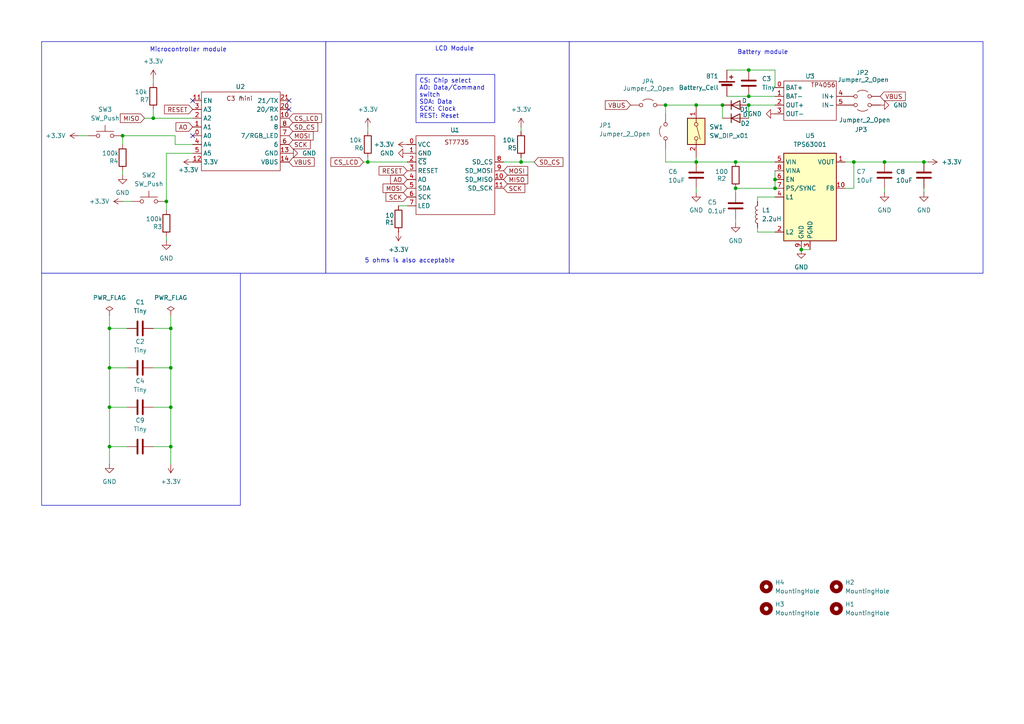
<source format=kicad_sch>
(kicad_sch (version 20250114) (generator "eeschema") (generator_version "9.0")
  (paper "A4")
  (title_block (title "Aniweather") (date "2024-12-05") (rev "v1.10") (company "Cyao") (comment 1 "Anime weather station"))
  (lib_symbols
    (symbol "Device:Battery_Cell" (pin_numbers (hide yes)) (pin_names (offset 0) (hide yes))
      (property "Reference" "BT" (at 2.54 2.54 0))
      (property "Value" "Battery_Cell" (at 2.54 0 0))
      (symbol "Battery_Cell_0_1"
        (rectangle (start -2.286 1.778) (end 2.286 1.524) (fill (type outline)))
        (rectangle (start -1.524 1.016) (end 1.524 0.508) (fill (type outline)))
        (polyline (pts (xy 0 1.778) (xy 0 2.54)))
        (polyline (pts (xy 0 0.762) (xy 0 0)))
        (polyline (pts (xy 0.762 3.048) (xy 1.778 3.048)) (stroke (width 0.254)))
        (polyline (pts (xy 1.27 3.556) (xy 1.27 2.54)) (stroke (width 0.254)))
      )
      (symbol "Battery_Cell_1_1"
        (pin passive line (at 0 5.08 270) (length 2.54) (name "+") (number "1"))
        (pin passive line (at 0 -2.54 90) (length 2.54) (name "-") (number "2"))
      )
    )
    (symbol "Device:C" (pin_numbers (hide yes)) (pin_names (offset 0.254))
      (property "Reference" "C" (at 0.635 2.54 0))
      (property "Value" "C" (at 0.635 -2.54 0))
      (symbol "C_0_1"
        (polyline (pts (xy -2.032 0.762) (xy 2.032 0.762)) (stroke (width 0.508)))
        (polyline (pts (xy -2.032 -0.762) (xy 2.032 -0.762)) (stroke (width 0.508)))
      )
      (symbol "C_1_1"
        (pin passive line (at 0 3.81 270) (length 2.794) (name "~") (number "1"))
        (pin passive line (at 0 -3.81 90) (length 2.794) (name "~") (number "2"))
      )
    )
    (symbol "Device:D" (pin_numbers (hide yes)) (pin_names (offset 1.016) (hide yes))
      (property "Reference" "D" (at 0 2.54 0))
      (property "Value" "D" (at 0 -2.54 0))
      (symbol "D_0_1"
        (polyline (pts (xy -1.27 1.27) (xy -1.27 -1.27)) (stroke (width 0.254)))
        (polyline (pts (xy 1.27 1.27) (xy 1.27 -1.27) (xy -1.27 0) (xy 1.27 1.27)) (stroke (width 0.254)))
        (polyline (pts (xy 1.27 0) (xy -1.27 0)))
      )
      (symbol "D_1_1"
        (pin passive line (at -3.81 0 0) (length 2.54) (name "K") (number "1"))
        (pin passive line (at 3.81 0 180) (length 2.54) (name "A") (number "2"))
      )
    )
    (symbol "Device:L" (pin_numbers (hide yes)) (pin_names (offset 1.016) (hide yes))
      (property "Reference" "L" (at -1.27 0 90))
      (property "Value" "L" (at 1.905 0 90))
      (symbol "L_0_1"
        (arc (start 0 2.54) (mid 0.6323 1.905) (end 0 1.27))
        (arc (start 0 1.27) (mid 0.6323 0.635) (end 0 0))
        (arc (start 0 0) (mid 0.6323 -0.635) (end 0 -1.27))
        (arc (start 0 -1.27) (mid 0.6323 -1.905) (end 0 -2.54))
      )
      (symbol "L_1_1"
        (pin passive line (at 0 3.81 270) (length 1.27) (name "1") (number "1"))
        (pin passive line (at 0 -3.81 90) (length 1.27) (name "2") (number "2"))
      )
    )
    (symbol "Device:R" (pin_numbers (hide yes)) (pin_names (offset 0))
      (property "Reference" "R" (at 2.032 0 90))
      (property "Value" "R" (at 0 0 90))
      (symbol "R_0_1"
        (rectangle (start -1.016 -2.54) (end 1.016 2.54) (stroke (width 0.254)))
      )
      (symbol "R_1_1"
        (pin passive line (at 0 3.81 270) (length 1.27) (name "~") (number "1"))
        (pin passive line (at 0 -3.81 90) (length 1.27) (name "~") (number "2"))
      )
    )
    (symbol "Jumper:Jumper_2_Open" (pin_numbers (hide yes)) (pin_names (offset 0) (hide yes)) (exclude_from_sim yes)
      (property "Reference" "JP" (at 0 2.794 0))
      (property "Value" "Jumper_2_Open" (at 0 -2.286 0))
      (symbol "Jumper_2_Open_0_0"
        (circle (center -2.032 0) (radius 0.508))
        (circle (center 2.032 0) (radius 0.508))
      )
      (symbol "Jumper_2_Open_0_1"
        (arc (start -1.524 1.27) (mid 0 1.778) (end 1.524 1.27))
      )
      (symbol "Jumper_2_Open_1_1"
        (pin passive line (at -5.08 0 0) (length 2.54) (name "A") (number "1"))
        (pin passive line (at 5.08 0 180) (length 2.54) (name "B") (number "2"))
      )
    )
    (symbol "Mechanical:MountingHole" (pin_names (offset 1.016)) (exclude_from_sim yes) (in_bom no)
      (property "Reference" "H" (at 0 5.08 0))
      (property "Value" "MountingHole" (at 0 3.175 0))
      (symbol "MountingHole_0_1"
        (circle (center 0 0) (radius 1.27) (stroke (width 1.27)))
      )
    )
    (symbol "Regulator_Switching:TPS63001"
      (property "Reference" "U" (at -7.62 13.97 0))
      (property "Value" "TPS63001" (at 5.08 13.97 0))
      (symbol "TPS63001_0_1"
        (rectangle (start -7.62 12.7) (end 7.62 -12.7) (stroke (width 0.254)) (fill (type background)))
      )
      (symbol "TPS63001_1_1"
        (pin power_in line (at -10.16 10.16 0) (length 2.54) (name "VIN") (number "5"))
        (pin power_in line (at -10.16 7.62 0) (length 2.54) (name "VINA") (number "8"))
        (pin input line (at -10.16 5.08 0) (length 2.54) (name "EN") (number "6"))
        (pin input line (at -10.16 2.54 0) (length 2.54) (name "PS/SYNC") (number "7"))
        (pin input line (at -10.16 0 0) (length 2.54) (name "L1") (number "4"))
        (pin input line (at -10.16 -10.16 0) (length 2.54) (name "L2") (number "2"))
        (pin power_in line (at -2.54 -15.24 90) (length 2.54) (name "GND") (number "9"))
        (pin passive line (at 0 -15.24 90) (length 2.54) (hide yes) (name "PGND") (number "11"))
        (pin power_in line (at 0 -15.24 90) (length 2.54) (name "PGND") (number "3"))
        (pin power_out line (at 10.16 10.16 180) (length 2.54) (name "VOUT") (number "1"))
        (pin input line (at 10.16 2.54 180) (length 2.54) (name "FB") (number "10"))
      )
    )
    (symbol "Switch:SW_DIP_x01" (pin_names (offset 0) (hide yes))
      (property "Reference" "SW" (at 0 3.81 0))
      (property "Value" "SW_DIP_x01" (at 0 -3.81 0))
      (symbol "SW_DIP_x01_0_0"
        (circle (center -2.032 0) (radius 0.508))
        (polyline (pts (xy -1.524 0.127) (xy 2.3622 1.1684)))
        (circle (center 2.032 0) (radius 0.508))
      )
      (symbol "SW_DIP_x01_0_1"
        (rectangle (start -3.81 2.54) (end 3.81 -2.54) (stroke (width 0.254)) (fill (type background)))
      )
      (symbol "SW_DIP_x01_1_1"
        (pin passive line (at -7.62 0 0) (length 5.08) (name "~") (number "1"))
        (pin passive line (at 7.62 0 180) (length 5.08) (name "~") (number "2"))
      )
    )
    (symbol "Switch:SW_Push" (pin_numbers (hide yes)) (pin_names (offset 1.016) (hide yes))
      (property "Reference" "SW" (at 1.27 2.54 0))
      (property "Value" "SW_Push" (at 0 -1.524 0))
      (symbol "SW_Push_0_1"
        (circle (center -2.032 0) (radius 0.508))
        (polyline (pts (xy 0 1.27) (xy 0 3.048)))
        (circle (center 2.032 0) (radius 0.508))
        (polyline (pts (xy 2.54 1.27) (xy -2.54 1.27)))
        (pin passive line (at -5.08 0 0) (length 2.54) (name "1") (number "1"))
        (pin passive line (at 5.08 0 180) (length 2.54) (name "2") (number "2"))
      )
    )
    (symbol "asylum:C3-mini"
      (property "Reference" "U" (at 0 0 0))
      (symbol "C3-mini_0_1"
        (rectangle (start -11.43 11.43) (end 11.43 -11.43))
      )
      (symbol "C3-mini_1_1"
        (text "C3 mini\n" (at -0.381 9.525 0) (effects (font (size 1.27 1.27))))
        (pin input line (at -13.97 8.89 0) (length 2.54) (name "EN") (number "11"))
        (pin bidirectional line (at -13.97 6.35 0) (length 2.54) (name "A3") (number "3"))
        (pin bidirectional line (at -13.97 3.81 0) (length 2.54) (name "A2") (number "2"))
        (pin bidirectional line (at -13.97 1.27 0) (length 2.54) (name "A1") (number "1"))
        (pin bidirectional line (at -13.97 -1.27 0) (length 2.54) (name "A0") (number "0"))
        (pin bidirectional line (at -13.97 -3.81 0) (length 2.54) (name "A4") (number "4"))
        (pin bidirectional line (at -13.97 -6.35 0) (length 2.54) (name "A5") (number "5"))
        (pin power_out line (at -13.97 -8.89 0) (length 2.54) (name "3.3V") (number "12"))
        (pin bidirectional line (at 13.97 8.89 180) (length 2.54) (name "21/TX") (number "21"))
        (pin bidirectional line (at 13.97 6.35 180) (length 2.54) (name "20/RX") (number "20"))
        (pin bidirectional line (at 13.97 3.81 180) (length 2.54) (name "10") (number "10"))
        (pin bidirectional line (at 13.97 1.27 180) (length 2.54) (name "8") (number "8"))
        (pin bidirectional line (at 13.97 -1.27 180) (length 2.54) (name "7/RGB_LED") (number "7"))
        (pin bidirectional line (at 13.97 -3.81 180) (length 2.54) (name "6") (number "6"))
        (pin power_out line (at 13.97 -6.35 180) (length 2.54) (name "GND") (number "13"))
        (pin power_in line (at 13.97 -8.89 180) (length 2.54) (name "VBUS") (number "14"))
      )
    )
    (symbol "asylum:ST7735_128x160_1.8_SPI_LCD"
      (property "Reference" "U" (at 0 0 0))
      (symbol "ST7735_128x160_1.8_SPI_LCD_0_1"
        (rectangle (start -11.43 11.43) (end 11.43 -11.43))
      )
      (symbol "ST7735_128x160_1.8_SPI_LCD_1_1"
        (text "ST7735" (at 0.381 9.525 0) (effects (font (size 1.27 1.27))))
        (pin power_out line (at -13.97 8.89 0) (length 2.54) (name "VCC") (number "0"))
        (pin power_out line (at -13.97 6.35 0) (length 2.54) (name "GND") (number "1"))
        (pin input line (at -13.97 3.81 0) (length 2.54) (name "~{CS}") (number "2"))
        (pin input line (at -13.97 1.27 0) (length 2.54) (name "RESET") (number "3"))
        (pin input line (at -13.97 -1.27 0) (length 2.54) (name "AO") (number "4"))
        (pin input line (at -13.97 -3.81 0) (length 2.54) (name "SDA") (number "5"))
        (pin input line (at -13.97 -6.35 0) (length 2.54) (name "SCK") (number "6"))
        (pin input line (at -13.97 -8.89 0) (length 2.54) (name "LED") (number "7"))
        (pin input line (at 13.97 3.81 180) (length 2.54) (name "SD_CS") (number "8"))
        (pin input line (at 13.97 1.27 180) (length 2.54) (name "SD_MOSI") (number "9"))
        (pin output line (at 13.97 -1.27 180) (length 2.54) (name "SD_MISO") (number "10"))
        (pin input line (at 13.97 -3.81 180) (length 2.54) (name "SD_SCK") (number "11"))
      )
    )
    (symbol "asylum:TP4056"
      (property "Reference" "U" (at 0 0 0))
      (symbol "TP4056_0_1"
        (rectangle (start -7.62 5.715) (end 7.62 -5.715))
      )
      (symbol "TP4056_1_1"
        (text "TP4056\n" (at 3.81 4.572 0) (effects (font (size 1.27 1.27))))
        (pin power_out line (at -10.16 3.81 0) (length 2.54) (name "BAT+") (number "0"))
        (pin power_out line (at -10.16 1.27 0) (length 2.54) (name "BAT-") (number "1"))
        (pin power_out line (at -10.16 -1.27 0) (length 2.54) (name "OUT+") (number "2"))
        (pin power_out line (at -10.16 -3.81 0) (length 2.54) (name "OUT-") (number "3"))
        (pin power_out line (at 10.16 1.27 180) (length 2.54) (name "IN+") (number "4"))
        (pin power_out line (at 10.16 -1.27 180) (length 2.54) (name "IN-") (number "5"))
      )
    )
    (symbol "power:+3.3V" (power) (pin_numbers (hide yes)) (pin_names (offset 0) (hide yes))
      (property "Value" "+3.3V" (at 0 3.556 0))
      (symbol "+3.3V_0_1"
        (polyline (pts (xy -0.762 1.27) (xy 0 2.54)))
        (polyline (pts (xy 0 2.54) (xy 0.762 1.27)))
        (polyline (pts (xy 0 0) (xy 0 2.54)))
      )
      (symbol "+3.3V_1_1"
        (pin power_in line (at 0 0 90) (length 0) (name "~") (number "1"))
      )
    )
    (symbol "power:GND" (power) (pin_numbers (hide yes)) (pin_names (offset 0) (hide yes))
      (property "Value" "GND" (at 0 -3.81 0))
      (symbol "GND_0_1"
        (polyline (pts (xy 0 0) (xy 0 -1.27) (xy 1.27 -1.27) (xy 0 -2.54) (xy -1.27 -1.27) (xy 0 -1.27)))
      )
      (symbol "GND_1_1"
        (pin power_in line (at 0 0 270) (length 0) (name "~") (number "1"))
      )
    )
    (symbol "power:PWR_FLAG" (power) (pin_numbers (hide yes)) (pin_names (offset 0) (hide yes))
      (property "Value" "PWR_FLAG" (at 0 3.81 0))
      (symbol "PWR_FLAG_0_0"
        (pin power_out line (at 0 0 90) (length 0) (name "~") (number "1"))
      )
      (symbol "PWR_FLAG_0_1"
        (polyline (pts (xy 0 0) (xy 0 1.27) (xy -1.016 1.905) (xy 0 2.54) (xy 1.016 1.905) (xy 0 1.27)))
      )
    )
  )
  (rectangle (start 165.1 12.065) (end 285.115 79.248))
  (rectangle (start 12.065 12.065) (end 94.488 79.248))
  (rectangle (start 12.065 79.248) (end 69.723 146.558))
  (rectangle (start 94.488 12.065) (end 165.1 79.248))
  (text "Microcontroller module" (at 54.61 14.478 0) (effects (font (size 1.27 1.27))))
  (text "Battery module" (at 221.234 15.24 0) (effects (font (size 1.27 1.27))))
  (text "5 ohms is also acceptable" (at 118.872 75.692 0) (effects (font (size 1.27 1.27))))
  (text "LCD Module" (at 131.826 14.224 0) (effects (font (size 1.27 1.27))))
  (text_box "CS: Chip select\nAO: Data/Command switch\nSDA: Data\nSCK: Clock\nREST: Reset" (at 120.65 21.59 0) (size 22.86 13.97) (margins 0.9525 0.9525 0.9525 0.9525) (effects (font (size 1.27 1.27)) (justify left top)))
  (junction (at 193.04 30.48))
  (junction (at 217.17 30.48))
  (junction (at 31.75 129.54))
  (junction (at 209.55 30.48))
  (junction (at 31.75 106.68))
  (junction (at 217.17 20.32))
  (junction (at 224.79 54.61))
  (junction (at 35.56 39.37))
  (junction (at 31.75 118.11))
  (junction (at 49.53 129.54))
  (junction (at 213.36 54.61))
  (junction (at 49.53 106.68))
  (junction (at 48.26 58.42))
  (junction (at 106.68 46.99))
  (junction (at 49.53 95.25))
  (junction (at 256.54 46.99))
  (junction (at 267.97 46.99))
  (junction (at 201.93 30.48))
  (junction (at 213.36 46.99))
  (junction (at 232.41 72.39))
  (junction (at 224.79 52.07))
  (junction (at 247.65 46.99))
  (junction (at 49.53 118.11))
  (junction (at 217.17 27.94))
  (junction (at 201.93 46.99))
  (junction (at 31.75 95.25))
  (junction (at 44.45 34.29))
  (junction (at 151.13 46.99))
  (no_connect (at 55.88 39.37))
  (no_connect (at 55.88 29.21))
  (no_connect (at 83.82 29.21))
  (no_connect (at 83.82 31.75))
  (wire (pts (xy 35.56 50.8) (xy 35.56 49.53)))
  (wire (pts (xy 31.75 95.25) (xy 31.75 106.68)))
  (wire (pts (xy 256.54 54.61) (xy 256.54 55.88)))
  (wire (pts (xy 213.36 54.61) (xy 224.79 54.61)))
  (wire (pts (xy 50.8 41.91) (xy 55.88 41.91)))
  (wire (pts (xy 219.71 58.42) (xy 219.71 57.15)))
  (wire (pts (xy 49.53 129.54) (xy 49.53 134.62)))
  (wire (pts (xy 22.86 39.37) (xy 25.4 39.37)))
  (wire (pts (xy 49.53 95.25) (xy 49.53 106.68)))
  (wire (pts (xy 115.57 59.69) (xy 118.11 59.69)))
  (wire (pts (xy 213.36 64.77) (xy 213.36 63.5)))
  (wire (pts (xy 44.45 95.25) (xy 49.53 95.25)))
  (wire (pts (xy 151.13 46.99) (xy 146.05 46.99)))
  (wire (pts (xy 49.53 106.68) (xy 49.53 118.11)))
  (wire (pts (xy 105.41 46.99) (xy 106.68 46.99)))
  (wire (pts (xy 35.56 39.37) (xy 50.8 39.37)))
  (wire (pts (xy 35.56 39.37) (xy 35.56 41.91)))
  (wire (pts (xy 106.68 46.99) (xy 118.11 46.99)))
  (wire (pts (xy 49.53 91.44) (xy 49.53 95.25)))
  (wire (pts (xy 193.04 30.48) (xy 201.93 30.48)))
  (wire (pts (xy 201.93 55.88) (xy 201.93 54.61)))
  (wire (pts (xy 41.91 34.29) (xy 44.45 34.29)))
  (wire (pts (xy 232.41 72.39) (xy 234.95 72.39)))
  (wire (pts (xy 209.55 30.48) (xy 209.55 34.29)))
  (wire (pts (xy 217.17 30.48) (xy 224.79 30.48)))
  (wire (pts (xy 269.24 46.99) (xy 267.97 46.99)))
  (wire (pts (xy 245.11 54.61) (xy 247.65 54.61)))
  (wire (pts (xy 48.26 69.85) (xy 48.26 68.58)))
  (wire (pts (xy 44.45 129.54) (xy 49.53 129.54)))
  (wire (pts (xy 44.45 34.29) (xy 55.88 34.29)))
  (wire (pts (xy 49.53 118.11) (xy 49.53 129.54)))
  (wire (pts (xy 36.83 118.11) (xy 31.75 118.11)))
  (wire (pts (xy 219.71 57.15) (xy 224.79 57.15)))
  (wire (pts (xy 106.68 45.72) (xy 106.68 46.99)))
  (wire (pts (xy 224.79 52.07) (xy 224.79 54.61)))
  (wire (pts (xy 210.82 20.32) (xy 217.17 20.32)))
  (wire (pts (xy 31.75 129.54) (xy 36.83 129.54)))
  (wire (pts (xy 31.75 118.11) (xy 31.75 129.54)))
  (wire (pts (xy 31.75 91.44) (xy 31.75 95.25)))
  (wire (pts (xy 224.79 20.32) (xy 224.79 25.4)))
  (wire (pts (xy 267.97 46.99) (xy 256.54 46.99)))
  (wire (pts (xy 106.68 36.83) (xy 106.68 38.1)))
  (wire (pts (xy 256.54 46.99) (xy 247.65 46.99)))
  (wire (pts (xy 201.93 46.99) (xy 213.36 46.99)))
  (wire (pts (xy 35.56 58.42) (xy 38.1 58.42)))
  (wire (pts (xy 217.17 30.48) (xy 217.17 34.29)))
  (wire (pts (xy 247.65 54.61) (xy 247.65 46.99)))
  (wire (pts (xy 201.93 45.72) (xy 201.93 46.99)))
  (wire (pts (xy 213.36 54.61) (xy 213.36 55.88)))
  (wire (pts (xy 44.45 22.86) (xy 44.45 24.13)))
  (wire (pts (xy 224.79 49.53) (xy 224.79 52.07)))
  (wire (pts (xy 31.75 129.54) (xy 31.75 134.62)))
  (wire (pts (xy 217.17 20.32) (xy 224.79 20.32)))
  (wire (pts (xy 213.36 46.99) (xy 224.79 46.99)))
  (wire (pts (xy 201.93 30.48) (xy 209.55 30.48)))
  (wire (pts (xy 193.04 33.02) (xy 193.04 30.48)))
  (wire (pts (xy 48.26 58.42) (xy 48.26 60.96)))
  (wire (pts (xy 44.45 106.68) (xy 49.53 106.68)))
  (wire (pts (xy 267.97 54.61) (xy 267.97 55.88)))
  (wire (pts (xy 44.45 118.11) (xy 49.53 118.11)))
  (wire (pts (xy 50.8 39.37) (xy 50.8 41.91)))
  (wire (pts (xy 193.04 46.99) (xy 201.93 46.99)))
  (wire (pts (xy 36.83 106.68) (xy 31.75 106.68)))
  (wire (pts (xy 193.04 43.18) (xy 193.04 46.99)))
  (wire (pts (xy 219.71 67.31) (xy 219.71 66.04)))
  (wire (pts (xy 210.82 27.94) (xy 217.17 27.94)))
  (wire (pts (xy 217.17 27.94) (xy 224.79 27.94)))
  (wire (pts (xy 151.13 36.83) (xy 151.13 38.1)))
  (wire (pts (xy 36.83 95.25) (xy 31.75 95.25)))
  (wire (pts (xy 48.26 44.45) (xy 55.88 44.45)))
  (wire (pts (xy 31.75 106.68) (xy 31.75 118.11)))
  (wire (pts (xy 224.79 67.31) (xy 219.71 67.31)))
  (wire (pts (xy 154.94 46.99) (xy 151.13 46.99)))
  (wire (pts (xy 48.26 58.42) (xy 48.26 44.45)))
  (wire (pts (xy 151.13 45.72) (xy 151.13 46.99)))
  (wire (pts (xy 247.65 46.99) (xy 245.11 46.99)))
  (wire (pts (xy 44.45 31.75) (xy 44.45 34.29)))
  (global_label "AO" (shape input) (at 55.88 36.83 180) (property "Intersheetrefs" "${INTERSHEET_REFS}" (effects (hide yes))))
  (global_label "RESET" (shape input) (at 118.11 49.53 180) (property "Intersheetrefs" "${INTERSHEET_REFS}" (effects (hide yes))))
  (global_label "AO" (shape input) (at 118.11 52.07 180) (property "Intersheetrefs" "${INTERSHEET_REFS}" (effects (hide yes))))
  (global_label "MOSI" (shape input) (at 118.11 54.61 180) (property "Intersheetrefs" "${INTERSHEET_REFS}" (effects (hide yes))))
  (global_label "MOSI" (shape input) (at 146.05 49.53 0) (property "Intersheetrefs" "${INTERSHEET_REFS}" (effects (hide yes))))
  (global_label "MISO" (shape input) (at 146.05 52.07 0) (property "Intersheetrefs" "${INTERSHEET_REFS}" (effects (hide yes))))
  (global_label "SCK" (shape input) (at 118.11 57.15 180) (property "Intersheetrefs" "${INTERSHEET_REFS}" (effects (hide yes))))
  (global_label "SCK" (shape input) (at 83.82 41.91 0) (property "Intersheetrefs" "${INTERSHEET_REFS}" (effects (hide yes))))
  (global_label "VBUS" (shape input) (at 255.27 27.94 0) (property "Intersheetrefs" "${INTERSHEET_REFS}" (effects (hide yes))))
  (global_label "VBUS" (shape input) (at 83.82 46.99 0) (property "Intersheetrefs" "${INTERSHEET_REFS}" (effects (hide yes))))
  (global_label "MOSI" (shape input) (at 83.82 39.37 0) (property "Intersheetrefs" "${INTERSHEET_REFS}" (effects (hide yes))))
  (global_label "RESET" (shape input) (at 55.88 31.75 180) (property "Intersheetrefs" "${INTERSHEET_REFS}" (effects (hide yes))))
  (global_label "MISO" (shape input) (at 41.91 34.29 180) (property "Intersheetrefs" "${INTERSHEET_REFS}" (effects (hide yes))))
  (global_label "CS_LCD" (shape input) (at 83.82 34.29 0) (property "Intersheetrefs" "${INTERSHEET_REFS}" (effects (hide yes))))
  (global_label "VBUS" (shape input) (at 182.88 30.48 180) (property "Intersheetrefs" "${INTERSHEET_REFS}" (effects (hide yes))))
  (global_label "SD_CS" (shape input) (at 154.94 46.99 0) (property "Intersheetrefs" "${INTERSHEET_REFS}" (effects (hide yes))))
  (global_label "SCK" (shape input) (at 146.05 54.61 0) (property "Intersheetrefs" "${INTERSHEET_REFS}" (effects (hide yes))))
  (global_label "SD_CS" (shape input) (at 83.82 36.83 0) (property "Intersheetrefs" "${INTERSHEET_REFS}" (effects (hide yes))))
  (global_label "CS_LCD" (shape input) (at 105.41 46.99 180) (property "Intersheetrefs" "${INTERSHEET_REFS}" (effects (hide yes))))
  (symbol (lib_id "power:+3.3V") (at 44.45 22.86 0) (unit 1)
    (property "Reference" "#PWR021" (effects (hide yes)))
    (property "Value" "+3.3V" (at 44.45 17.78 0))
    (property "Description" "Power symbol creates a global label with name \"+3.3V\"" (effects (hide yes)))
  )
  (symbol (lib_id "power:GND") (at 255.27 30.48 90) (unit 1)
    (property "Reference" "#PWR022" (effects (hide yes)))
    (property "Value" "GND" (at 259.08 30.4799 90) (effects (justify right)))
    (property "Description" "Power symbol creates a global label with name \"GND\" , ground" (effects (hide yes)))
  )
  (symbol (lib_id "Device:R") (at 151.13 41.91 180) (unit 1)
    (property "Reference" "R5" (at 148.59 42.926 0))
    (property "Value" "10k" (at 147.574 40.64 0))
    (property "Footprint" "Resistor_THT:R_Axial_DIN0207_L6.3mm_D2.5mm_P10.16mm_Horizontal" (effects (hide yes)))
    (property "Description" "Resistor" (effects (hide yes)))
  )
  (symbol (lib_id "Device:R") (at 106.68 41.91 180) (unit 1)
    (property "Reference" "R6" (at 104.14 42.926 0))
    (property "Value" "10k" (at 103.124 40.64 0))
    (property "Footprint" "Resistor_THT:R_Axial_DIN0207_L6.3mm_D2.5mm_P10.16mm_Horizontal" (effects (hide yes)))
    (property "Description" "Resistor" (effects (hide yes)))
  )
  (symbol (lib_id "Jumper:Jumper_2_Open") (at 193.04 38.1 90) (unit 1) (exclude_from_sim yes)
    (property "Reference" "JP1" (at 173.736 36.322 90) (effects (justify right)))
    (property "Value" "Jumper_2_Open" (at 173.736 38.862 90) (effects (justify right)))
    (property "Footprint" "Jumper:SolderJumper-2_P1.3mm_Open_Pad1.0x1.5mm" (effects (hide yes)))
    (property "Description" "Jumper, 2-pole, open" (effects (hide yes)))
  )
  (symbol (lib_id "Device:D") (at 213.36 34.29 0) (mirror x) (unit 1)
    (property "Reference" "D2" (at 216.154 35.814 0))
    (property "Value" "D" (at 216.154 33.274 0))
    (property "Footprint" "Diode_THT:D_DO-35_SOD27_P7.62mm_Horizontal" (effects (hide yes)))
    (property "Description" "Diode" (effects (hide yes)))
    (property "Sim.Device" "D" (effects (hide yes)))
    (property "Sim.Pins" "1=K 2=A" (effects (hide yes)))
  )
  (symbol (lib_id "power:+3.3V") (at 22.86 39.37 90) (unit 1)
    (property "Reference" "#PWR017" (effects (hide yes)))
    (property "Value" "+3.3V" (at 19.05 39.3699 90) (effects (justify left)))
    (property "Description" "Power symbol creates a global label with name \"+3.3V\"" (effects (hide yes)))
  )
  (symbol (lib_id "Device:D") (at 213.36 30.48 0) (mirror x) (unit 1)
    (property "Reference" "D1" (at 215.9 31.75 0))
    (property "Value" "D" (at 215.9 29.21 0))
    (property "Footprint" "Diode_THT:D_DO-35_SOD27_P7.62mm_Horizontal" (effects (hide yes)))
    (property "Description" "Diode" (effects (hide yes)))
    (property "Sim.Device" "D" (effects (hide yes)))
    (property "Sim.Pins" "1=K 2=A" (effects (hide yes)))
  )
  (symbol (lib_id "Device:C") (at 213.36 59.69 0) (unit 1)
    (property "Reference" "C5" (at 205.232 58.674 0) (effects (justify left)))
    (property "Value" "0.1uF" (at 205.232 61.214 0) (effects (justify left)))
    (property "Footprint" "Capacitor_THT:C_Disc_D5.0mm_W2.5mm_P2.50mm" (effects (hide yes)))
    (property "Description" "Unpolarized capacitor" (effects (hide yes)))
  )
  (symbol (lib_id "power:GND") (at 48.26 69.85 0) (unit 1)
    (property "Reference" "#PWR02" (effects (hide yes)))
    (property "Value" "GND" (at 48.26 74.93 0))
    (property "Description" "Power symbol creates a global label with name \"GND\" , ground" (effects (hide yes)))
  )
  (symbol (lib_id "Device:C") (at 267.97 50.8 0) (unit 1)
    (property "Reference" "C8" (at 259.842 49.784 0) (effects (justify left)))
    (property "Value" "10uF" (at 259.842 52.324 0) (effects (justify left)))
    (property "Footprint" "Capacitor_THT:C_Disc_D5.0mm_W2.5mm_P2.50mm" (effects (hide yes)))
    (property "Description" "Unpolarized capacitor" (effects (hide yes)))
  )
  (symbol (lib_id "Device:C") (at 40.64 118.11 270) (unit 1)
    (property "Reference" "C4" (at 40.64 110.49 90))
    (property "Value" "Tiny" (at 40.64 113.03 90))
    (property "Footprint" "Capacitor_THT:C_Disc_D5.0mm_W2.5mm_P2.50mm" (effects (hide yes)))
    (property "Description" "Unpolarized capacitor" (effects (hide yes)))
  )
  (symbol (lib_id "Device:C") (at 256.54 50.8 0) (unit 1)
    (property "Reference" "C7" (at 248.412 49.784 0) (effects (justify left)))
    (property "Value" "10uF" (at 248.412 52.324 0) (effects (justify left)))
    (property "Footprint" "Capacitor_THT:C_Disc_D5.0mm_W2.5mm_P2.50mm" (effects (hide yes)))
    (property "Description" "Unpolarized capacitor" (effects (hide yes)))
  )
  (symbol (lib_id "Device:C") (at 40.64 95.25 90) (unit 1)
    (property "Reference" "C1" (at 40.64 87.63 90))
    (property "Value" "Tiny" (at 40.64 90.17 90))
    (property "Footprint" "Capacitor_THT:C_Disc_D5.0mm_W2.5mm_P2.50mm" (effects (hide yes)))
    (property "Description" "Unpolarized capacitor" (effects (hide yes)))
  )
  (symbol (lib_id "power:GND") (at 213.36 64.77 0) (unit 1)
    (property "Reference" "#PWR013" (effects (hide yes)))
    (property "Value" "GND" (at 213.36 69.85 0))
    (property "Description" "Power symbol creates a global label with name \"GND\" , ground" (effects (hide yes)))
  )
  (symbol (lib_id "Jumper:Jumper_2_Open") (at 187.96 30.48 0) (unit 1) (exclude_from_sim yes)
    (property "Reference" "JP4" (at 189.738 23.622 0) (effects (justify right)))
    (property "Value" "Jumper_2_Open" (at 195.58 25.654 0) (effects (justify right)))
    (property "Footprint" "Jumper:SolderJumper-2_P1.3mm_Open_Pad1.0x1.5mm" (effects (hide yes)))
    (property "Description" "Jumper, 2-pole, open" (effects (hide yes)))
  )
  (symbol (lib_id "power:+3.3V") (at 269.24 46.99 270) (unit 1)
    (property "Reference" "#PWR07" (effects (hide yes)))
    (property "Value" "+3.3V" (at 273.05 46.9899 90) (effects (justify left)))
    (property "Description" "Power symbol creates a global label with name \"+3.3V\"" (effects (hide yes)))
  )
  (symbol (lib_id "power:GND") (at 267.97 55.88 0) (unit 1)
    (property "Reference" "#PWR015" (effects (hide yes)))
    (property "Value" "GND" (at 267.97 60.96 0))
    (property "Description" "Power symbol creates a global label with name \"GND\" , ground" (effects (hide yes)))
  )
  (symbol (lib_id "Regulator_Switching:TPS63001") (at 234.95 57.15 0) (unit 1)
    (property "Reference" "U5" (at 234.95 39.37 0))
    (property "Value" "TPS63001" (at 234.95 41.91 0))
    (property "Footprint" "Package_SON:Texas_DRC0010J_ThermalVias" (effects (hide yes)))
    (property "Datasheet" "http://www.ti.com/lit/ds/symlink/tps63000.pdf" (effects (hide yes)))
    (property "Description" "Buck-Boost Converter, 1.8-5.5V Input Voltage, 1.7A Switch Current, 3.3V Output Voltage, VSON-10" (effects (hide yes)))
  )
  (symbol (lib_id "Device:C") (at 40.64 129.54 270) (unit 1)
    (property "Reference" "C9" (at 40.64 121.92 90))
    (property "Value" "Tiny" (at 40.64 124.46 90))
    (property "Footprint" "Capacitor_THT:C_Disc_D5.0mm_W2.5mm_P2.50mm" (effects (hide yes)))
    (property "Description" "Unpolarized capacitor" (effects (hide yes)))
  )
  (symbol (lib_id "power:GND") (at 118.11 44.45 270) (unit 1)
    (property "Reference" "#PWR04" (effects (hide yes)))
    (property "Value" "GND" (at 114.3 44.4499 90) (effects (justify right)))
    (property "Description" "Power symbol creates a global label with name \"GND\" , ground" (effects (hide yes)))
  )
  (symbol (lib_id "Jumper:Jumper_2_Open") (at 250.19 30.48 180) (unit 1) (exclude_from_sim yes)
    (property "Reference" "JP3" (at 247.904 37.592 0) (effects (justify right)))
    (property "Value" "Jumper_2_Open" (at 243.332 34.798 0) (effects (justify right)))
    (property "Footprint" "Jumper:SolderJumper-2_P1.3mm_Open_Pad1.0x1.5mm" (effects (hide yes)))
    (property "Description" "Jumper, 2-pole, open" (effects (hide yes)))
  )
  (symbol (lib_id "Mechanical:MountingHole") (at 242.57 176.53 0) (unit 1) (exclude_from_sim yes) (in_bom no)
    (property "Reference" "H1" (at 245.11 175.2599 0) (effects (justify left)))
    (property "Value" "MountingHole" (at 245.11 177.7999 0) (effects (justify left)))
    (property "Footprint" "MountingHole:MountingHole_3.2mm_M3" (effects (hide yes)))
    (property "Description" "Mounting Hole without connection" (effects (hide yes)))
  )
  (symbol (lib_id "power:PWR_FLAG") (at 49.53 91.44 0) (unit 1)
    (property "Reference" "#FLG01" (effects (hide yes)))
    (property "Value" "PWR_FLAG" (at 49.53 86.36 0))
    (property "Description" "Special symbol for telling ERC where power comes from" (effects (hide yes)))
  )
  (symbol (lib_id "Device:R") (at 35.56 45.72 180) (unit 1)
    (property "Reference" "R4" (at 33.02 46.736 0))
    (property "Value" "100k" (at 32.004 44.45 0))
    (property "Footprint" "Resistor_THT:R_Axial_DIN0207_L6.3mm_D2.5mm_P10.16mm_Horizontal" (effects (hide yes)))
    (property "Description" "Resistor" (effects (hide yes)))
  )
  (symbol (lib_id "Mechanical:MountingHole") (at 242.57 170.18 0) (unit 1) (exclude_from_sim yes) (in_bom no)
    (property "Reference" "H2" (at 245.11 168.9099 0) (effects (justify left)))
    (property "Value" "MountingHole" (at 245.11 171.4499 0) (effects (justify left)))
    (property "Footprint" "MountingHole:MountingHole_3.2mm_M3" (effects (hide yes)))
    (property "Description" "Mounting Hole without connection" (effects (hide yes)))
  )
  (symbol (lib_id "Switch:SW_Push") (at 43.18 58.42 0) (unit 1)
    (property "Reference" "SW2" (at 43.18 50.8 0))
    (property "Value" "SW_Push" (at 43.18 53.34 0))
    (property "Footprint" "Button_Switch_THT:SW_PUSH_6mm" (effects (hide yes)))
    (property "Description" "Push button switch, generic, two pins" (effects (hide yes)))
  )
  (symbol (lib_id "power:PWR_FLAG") (at 31.75 91.44 0) (unit 1)
    (property "Reference" "#FLG02" (effects (hide yes)))
    (property "Value" "PWR_FLAG" (at 31.75 86.36 0))
    (property "Description" "Special symbol for telling ERC where power comes from" (effects (hide yes)))
  )
  (symbol (lib_id "power:GND") (at 232.41 72.39 0) (unit 1)
    (property "Reference" "#PWR012" (effects (hide yes)))
    (property "Value" "GND" (at 232.41 77.47 0))
    (property "Description" "Power symbol creates a global label with name \"GND\" , ground" (effects (hide yes)))
  )
  (symbol (lib_id "power:+3.3V") (at 118.11 41.91 90) (unit 1)
    (property "Reference" "#PWR05" (effects (hide yes)))
    (property "Value" "+3.3V" (at 114.3 41.9099 90) (effects (justify left)))
    (property "Description" "Power symbol creates a global label with name \"+3.3V\"" (effects (hide yes)))
  )
  (symbol (lib_id "power:GND") (at 83.82 44.45 90) (unit 1)
    (property "Reference" "#PWR03" (effects (hide yes)))
    (property "Value" "GND" (at 87.63 44.4499 90) (effects (justify right)))
    (property "Description" "Power symbol creates a global label with name \"GND\" , ground" (effects (hide yes)))
  )
  (symbol (lib_id "Device:R") (at 115.57 63.5 180) (unit 1)
    (property "Reference" "R1" (at 113.03 64.516 0))
    (property "Value" "10" (at 113.03 62.484 0))
    (property "Footprint" "Resistor_THT:R_Axial_DIN0207_L6.3mm_D2.5mm_P10.16mm_Horizontal" (effects (hide yes)))
    (property "Description" "Resistor" (effects (hide yes)))
  )
  (symbol (lib_id "Mechanical:MountingHole") (at 222.25 170.18 0) (unit 1) (exclude_from_sim yes) (in_bom no)
    (property "Reference" "H4" (at 224.79 168.9099 0) (effects (justify left)))
    (property "Value" "MountingHole" (at 224.79 171.4499 0) (effects (justify left)))
    (property "Footprint" "MountingHole:MountingHole_3.2mm_M3" (effects (hide yes)))
    (property "Description" "Mounting Hole without connection" (effects (hide yes)))
  )
  (symbol (lib_id "power:+3.3V") (at 151.13 36.83 0) (unit 1)
    (property "Reference" "#PWR019" (effects (hide yes)))
    (property "Value" "+3.3V" (at 151.13 31.75 0))
    (property "Description" "Power symbol creates a global label with name \"+3.3V\"" (effects (hide yes)))
  )
  (symbol (lib_id "power:+3.3V") (at 115.57 67.31 180) (unit 1)
    (property "Reference" "#PWR06" (effects (hide yes)))
    (property "Value" "+3.3V" (at 115.57 72.39 0))
    (property "Description" "Power symbol creates a global label with name \"+3.3V\"" (effects (hide yes)))
  )
  (symbol (lib_id "Device:R") (at 213.36 50.8 180) (unit 1)
    (property "Reference" "R2" (at 209.296 51.816 0))
    (property "Value" "100" (at 209.296 49.784 0))
    (property "Footprint" "Resistor_THT:R_Axial_DIN0207_L6.3mm_D2.5mm_P10.16mm_Horizontal" (effects (hide yes)))
    (property "Description" "Resistor" (effects (hide yes)))
  )
  (symbol (lib_id "asylum:TP4056") (at 234.95 29.21 0) (unit 1)
    (property "Reference" "U3" (at 234.95 22.098 0))
    (property "Value" "~" (at 234.95 21.59 0))
    (property "Footprint" "asylum:TP4056" (effects (hide yes)))
  )
  (symbol (lib_id "power:GND") (at 31.75 134.62 0) (unit 1)
    (property "Reference" "#PWR011" (effects (hide yes)))
    (property "Value" "GND" (at 31.75 139.7 0))
    (property "Description" "Power symbol creates a global label with name \"GND\" , ground" (effects (hide yes)))
  )
  (symbol (lib_id "Jumper:Jumper_2_Open") (at 250.19 27.94 0) (unit 1) (exclude_from_sim yes)
    (property "Reference" "JP2" (at 251.968 21.082 0) (effects (justify right)))
    (property "Value" "Jumper_2_Open" (at 257.81 23.114 0) (effects (justify right)))
    (property "Footprint" "Jumper:SolderJumper-2_P1.3mm_Open_Pad1.0x1.5mm" (effects (hide yes)))
    (property "Description" "Jumper, 2-pole, open" (effects (hide yes)))
  )
  (symbol (lib_id "Switch:SW_DIP_x01") (at 201.93 38.1 270) (unit 1)
    (property "Reference" "SW1" (at 205.74 36.8299 90) (effects (justify left)))
    (property "Value" "SW_DIP_x01" (at 205.74 39.3699 90) (effects (justify left)))
    (property "Footprint" "Button_Switch_THT:SW_DIP_SPSTx01_Slide_9.78x4.72mm_W7.62mm_P2.54mm" (effects (hide yes)))
    (property "Description" "1x DIP Switch, Single Pole Single Throw (SPST) switch, small symbol" (effects (hide yes)))
  )
  (symbol (lib_id "asylum:C3-mini") (at 69.85 38.1 0) (unit 1)
    (property "Reference" "U2" (at 69.723 25.146 0))
    (property "Value" "~" (at 69.85 27.94 0))
    (property "Footprint" "asylum:WEMOS_C1_mini" (effects (hide yes)))
  )
  (symbol (lib_id "power:GND") (at 224.79 33.02 270) (unit 1)
    (property "Reference" "#PWR08" (effects (hide yes)))
    (property "Value" "GND" (at 220.98 33.0199 90) (effects (justify right)))
    (property "Description" "Power symbol creates a global label with name \"GND\" , ground" (effects (hide yes)))
  )
  (symbol (lib_id "Device:L") (at 219.71 62.23 180) (unit 1)
    (property "Reference" "L1" (at 220.98 60.9599 0) (effects (justify right)))
    (property "Value" "2.2uH" (at 220.98 63.4999 0) (effects (justify right)))
    (property "Footprint" "asylum:NR3015T2R2M" (effects (hide yes)))
    (property "Description" "Inductor" (effects (hide yes)))
  )
  (symbol (lib_id "power:+3.3V") (at 106.68 36.83 0) (unit 1)
    (property "Reference" "#PWR020" (effects (hide yes)))
    (property "Value" "+3.3V" (at 106.68 31.75 0))
    (property "Description" "Power symbol creates a global label with name \"+3.3V\"" (effects (hide yes)))
  )
  (symbol (lib_id "power:GND") (at 35.56 50.8 0) (unit 1)
    (property "Reference" "#PWR018" (effects (hide yes)))
    (property "Value" "GND" (at 35.56 55.88 0))
    (property "Description" "Power symbol creates a global label with name \"GND\" , ground" (effects (hide yes)))
  )
  (symbol (lib_id "Device:Battery_Cell") (at 210.82 25.4 0) (unit 1)
    (property "Reference" "BT1" (at 204.724 22.098 0) (effects (justify left)))
    (property "Value" "Battery_Cell" (at 196.85 25.4 0) (effects (justify left)))
    (property "Footprint" "TestPoint:TestPoint_2Pads_Pitch5.08mm_Drill1.3mm" (effects (hide yes)))
    (property "Description" "Single-cell battery" (effects (hide yes)))
  )
  (symbol (lib_id "Device:C") (at 201.93 50.8 0) (unit 1)
    (property "Reference" "C6" (at 193.802 49.784 0) (effects (justify left)))
    (property "Value" "10uF" (at 193.802 52.324 0) (effects (justify left)))
    (property "Footprint" "Capacitor_THT:C_Disc_D5.0mm_W2.5mm_P2.50mm" (effects (hide yes)))
    (property "Description" "Unpolarized capacitor" (effects (hide yes)))
  )
  (symbol (lib_id "power:+3.3V") (at 35.56 58.42 90) (unit 1)
    (property "Reference" "#PWR09" (effects (hide yes)))
    (property "Value" "+3.3V" (at 31.75 58.4199 90) (effects (justify left)))
    (property "Description" "Power symbol creates a global label with name \"+3.3V\"" (effects (hide yes)))
  )
  (symbol (lib_id "asylum:ST7735_128x160_1.8_SPI_LCD") (at 132.08 50.8 0) (unit 1)
    (property "Reference" "U1" (at 131.953 37.719 0))
    (property "Value" "~" (at 132.08 38.1 0))
    (property "Footprint" "asylum:ST7735" (effects (hide yes)))
  )
  (symbol (lib_id "power:+3.3V") (at 55.88 46.99 90) (unit 1)
    (property "Reference" "#PWR01" (effects (hide yes)))
    (property "Value" "+3.3V" (at 54.61 49.276 90))
    (property "Description" "Power symbol creates a global label with name \"+3.3V\"" (effects (hide yes)))
  )
  (symbol (lib_id "power:GND") (at 201.93 55.88 0) (unit 1)
    (property "Reference" "#PWR016" (effects (hide yes)))
    (property "Value" "GND" (at 201.93 60.96 0))
    (property "Description" "Power symbol creates a global label with name \"GND\" , ground" (effects (hide yes)))
  )
  (symbol (lib_id "power:+3.3V") (at 49.53 134.62 180) (unit 1)
    (property "Reference" "#PWR010" (effects (hide yes)))
    (property "Value" "+3.3V" (at 49.53 139.7 0))
    (property "Description" "Power symbol creates a global label with name \"+3.3V\"" (effects (hide yes)))
  )
  (symbol (lib_id "Mechanical:MountingHole") (at 222.25 176.53 0) (unit 1) (exclude_from_sim yes) (in_bom no)
    (property "Reference" "H3" (at 224.79 175.2599 0) (effects (justify left)))
    (property "Value" "MountingHole" (at 224.79 177.7999 0) (effects (justify left)))
    (property "Footprint" "MountingHole:MountingHole_3.2mm_M3" (effects (hide yes)))
    (property "Description" "Mounting Hole without connection" (effects (hide yes)))
  )
  (symbol (lib_id "Device:R") (at 44.45 27.94 180) (unit 1)
    (property "Reference" "R7" (at 41.91 28.956 0))
    (property "Value" "10k" (at 40.894 26.67 0))
    (property "Footprint" "Resistor_THT:R_Axial_DIN0207_L6.3mm_D2.5mm_P10.16mm_Horizontal" (effects (hide yes)))
    (property "Description" "Resistor" (effects (hide yes)))
  )
  (symbol (lib_id "Device:R") (at 48.26 64.77 180) (unit 1)
    (property "Reference" "R3" (at 45.72 65.786 0))
    (property "Value" "100k" (at 44.704 63.5 0))
    (property "Footprint" "Resistor_THT:R_Axial_DIN0207_L6.3mm_D2.5mm_P10.16mm_Horizontal" (effects (hide yes)))
    (property "Description" "Resistor" (effects (hide yes)))
  )
  (symbol (lib_id "power:GND") (at 256.54 55.88 0) (unit 1)
    (property "Reference" "#PWR014" (effects (hide yes)))
    (property "Value" "GND" (at 256.54 60.96 0))
    (property "Description" "Power symbol creates a global label with name \"GND\" , ground" (effects (hide yes)))
  )
  (symbol (lib_id "Device:C") (at 217.17 24.13 0) (unit 1)
    (property "Reference" "C3" (at 220.98 22.8599 0) (effects (justify left)))
    (property "Value" "Tiny" (at 220.98 25.3999 0) (effects (justify left)))
    (property "Footprint" "Capacitor_THT:C_Disc_D5.0mm_W2.5mm_P2.50mm" (effects (hide yes)))
    (property "Description" "Unpolarized capacitor" (effects (hide yes)))
  )
  (symbol (lib_id "Device:C") (at 40.64 106.68 90) (unit 1)
    (property "Reference" "C2" (at 40.64 99.06 90))
    (property "Value" "Tiny" (at 40.64 101.6 90))
    (property "Footprint" "Capacitor_THT:C_Disc_D5.0mm_W2.5mm_P2.50mm" (effects (hide yes)))
    (property "Description" "Unpolarized capacitor" (effects (hide yes)))
  )
  (symbol (lib_id "Switch:SW_Push") (at 30.48 39.37 0) (unit 1)
    (property "Reference" "SW3" (at 30.48 31.75 0))
    (property "Value" "SW_Push" (at 30.48 34.29 0))
    (property "Footprint" "Button_Switch_THT:SW_PUSH_6mm" (effects (hide yes)))
    (property "Description" "Push button switch, generic, two pins" (effects (hide yes)))
  )
)
</source>
